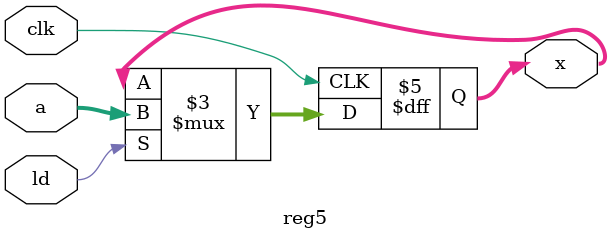
<source format=v>
module reg5(clk, ld, a, x);
	input clk;
	input ld;
	input [4:0] a;
	output reg [4:0] x;
	initial x = 5'b0;
	always @(negedge clk) begin
		if(ld) x <= a;
	end
endmodule

</source>
